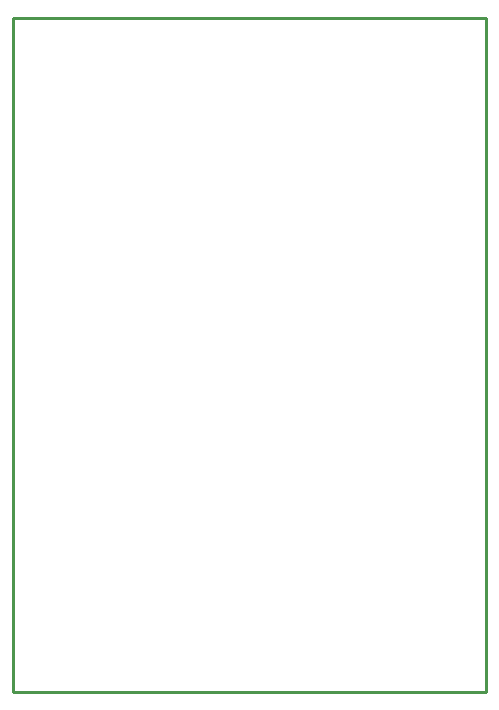
<source format=gm1>
G04*
G04 #@! TF.GenerationSoftware,Altium Limited,Altium Designer,18.0.7 (293)*
G04*
G04 Layer_Color=52428*
%FSLAX44Y44*%
%MOMM*%
G71*
G01*
G75*
%ADD11C,0.2500*%
D11*
X-0Y570000D02*
X0Y0D01*
X-0Y570000D02*
X400000D01*
X400000Y0D01*
X0D02*
X400000D01*
M02*

</source>
